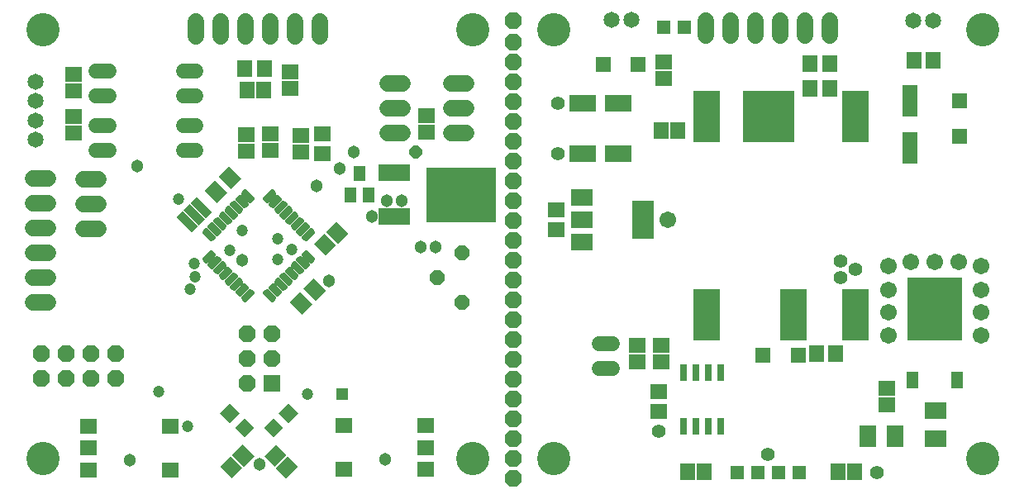
<source format=gts>
G75*
G70*
%OFA0B0*%
%FSLAX24Y24*%
%IPPOS*%
%LPD*%
%AMOC8*
5,1,8,0,0,1.08239X$1,22.5*
%
%ADD10C,0.1340*%
%ADD11R,0.0680X0.0680*%
%ADD12OC8,0.0680*%
%ADD13R,0.0671X0.0592*%
%ADD14R,0.0592X0.0710*%
%ADD15R,0.0552X0.0552*%
%ADD16R,0.0592X0.0671*%
%ADD17C,0.0680*%
%ADD18OC8,0.0597*%
%ADD19C,0.0225*%
%ADD20R,0.0710X0.0592*%
%ADD21R,0.0710X0.0631*%
%ADD22R,0.0867X0.0356*%
%ADD23R,0.2836X0.2226*%
%ADD24R,0.1260X0.0710*%
%ADD25C,0.0597*%
%ADD26C,0.0651*%
%ADD27R,0.0474X0.0631*%
%ADD28R,0.0316X0.0671*%
%ADD29R,0.0710X0.0867*%
%ADD30R,0.0631X0.0631*%
%ADD31R,0.0552X0.0552*%
%ADD32R,0.2206X0.2521*%
%ADD33R,0.0474X0.0710*%
%ADD34R,0.0867X0.0671*%
%ADD35R,0.0867X0.1576*%
%ADD36R,0.1080X0.2080*%
%ADD37R,0.2080X0.2080*%
%ADD38R,0.0867X0.0710*%
%ADD39R,0.1104X0.0710*%
%ADD40R,0.0631X0.1261*%
%ADD41C,0.0513*%
%ADD42C,0.0474*%
%ADD43R,0.0513X0.0513*%
%ADD44OC8,0.0513*%
%ADD45C,0.0552*%
%ADD46C,0.0671*%
%ADD47OC8,0.0671*%
D10*
X001361Y001495D03*
X018684Y001495D03*
X021952Y001495D03*
X039275Y001495D03*
X039275Y018818D03*
X021952Y018818D03*
X018684Y018818D03*
X001361Y018818D03*
D11*
X010586Y004532D03*
D12*
X009586Y004532D03*
X009586Y005532D03*
X010586Y005532D03*
X010586Y006532D03*
X009586Y006532D03*
X004287Y005748D03*
X003287Y005748D03*
X002287Y005748D03*
X001287Y005748D03*
X001287Y004748D03*
X002287Y004748D03*
X003287Y004748D03*
X004287Y004748D03*
D13*
X009567Y013916D03*
X010519Y013924D03*
X011753Y013865D03*
X011753Y014534D03*
X010519Y014594D03*
X009567Y014586D03*
X011322Y016443D03*
X011322Y017112D03*
X016828Y015331D03*
X016828Y014662D03*
X026386Y016837D03*
X026386Y017507D03*
X026288Y006061D03*
X025315Y006069D03*
X025315Y005400D03*
X026288Y005392D03*
X035385Y004350D03*
X035385Y003681D03*
X002583Y014639D03*
X002583Y015309D03*
X002602Y016348D03*
X002602Y017017D03*
D14*
X009511Y017250D03*
X010298Y017250D03*
G36*
X009368Y012792D02*
X008949Y012373D01*
X008448Y012874D01*
X008867Y013293D01*
X009368Y012792D01*
G37*
G36*
X008812Y012235D02*
X008393Y011816D01*
X007892Y012317D01*
X008311Y012736D01*
X008812Y012235D01*
G37*
G36*
X012798Y008282D02*
X012379Y007863D01*
X011878Y008364D01*
X012297Y008783D01*
X012798Y008282D01*
G37*
G36*
X012242Y007725D02*
X011823Y007306D01*
X011322Y007807D01*
X011741Y008226D01*
X012242Y007725D01*
G37*
X032295Y016449D03*
X033082Y016449D03*
X033088Y017432D03*
X032300Y017432D03*
X036488Y017557D03*
X037276Y017557D03*
X033344Y005725D03*
X032557Y005725D03*
D15*
G36*
X011263Y003723D02*
X011653Y003333D01*
X011263Y002943D01*
X010873Y003333D01*
X011263Y003723D01*
G37*
G36*
X010678Y003138D02*
X011068Y002748D01*
X010678Y002358D01*
X010288Y002748D01*
X010678Y003138D01*
G37*
G36*
X009096Y002751D02*
X009486Y003141D01*
X009876Y002751D01*
X009486Y002361D01*
X009096Y002751D01*
G37*
G36*
X008511Y003336D02*
X008901Y003726D01*
X009291Y003336D01*
X008901Y002946D01*
X008511Y003336D01*
G37*
D16*
G36*
X009883Y001595D02*
X009464Y001176D01*
X008991Y001649D01*
X009410Y002068D01*
X009883Y001595D01*
G37*
G36*
X010756Y002067D02*
X011175Y001648D01*
X010702Y001175D01*
X010283Y001594D01*
X010756Y002067D01*
G37*
G36*
X011229Y001594D02*
X011648Y001175D01*
X011175Y000702D01*
X010756Y001121D01*
X011229Y001594D01*
G37*
G36*
X009410Y001122D02*
X008991Y000703D01*
X008518Y001176D01*
X008937Y001595D01*
X009410Y001122D01*
G37*
X027375Y000967D03*
X028044Y000967D03*
X033437Y000970D03*
X034106Y000970D03*
G36*
X013668Y010587D02*
X013249Y010168D01*
X012776Y010641D01*
X013195Y011060D01*
X013668Y010587D01*
G37*
G36*
X013195Y010113D02*
X012776Y009694D01*
X012303Y010167D01*
X012722Y010586D01*
X013195Y010113D01*
G37*
X010278Y016384D03*
X009609Y016384D03*
X026298Y014738D03*
X026967Y014738D03*
D17*
X028111Y018555D02*
X028111Y019155D01*
X029111Y019155D02*
X029111Y018555D01*
X030111Y018555D02*
X030111Y019155D01*
X031111Y019155D02*
X031111Y018555D01*
X032111Y018555D02*
X032111Y019155D01*
X033111Y019155D02*
X033111Y018555D01*
X018433Y016629D02*
X017833Y016629D01*
X015874Y016629D02*
X015274Y016629D01*
X015274Y015629D02*
X015874Y015629D01*
X017833Y015629D02*
X018433Y015629D01*
X018433Y014629D02*
X017833Y014629D01*
X015874Y014629D02*
X015274Y014629D01*
X012529Y018533D02*
X012529Y019133D01*
X011529Y019133D02*
X011529Y018533D01*
X010529Y018533D02*
X010529Y019133D01*
X009529Y019133D02*
X009529Y018533D01*
X008529Y018533D02*
X008529Y019133D01*
X007529Y019133D02*
X007529Y018533D01*
X003608Y012762D02*
X003008Y012762D01*
X001553Y012814D02*
X000953Y012814D01*
X000953Y011814D02*
X001553Y011814D01*
X003008Y011762D02*
X003608Y011762D01*
X003608Y010762D02*
X003008Y010762D01*
X001553Y010814D02*
X000953Y010814D01*
X000953Y009814D02*
X001553Y009814D01*
X001553Y008814D02*
X000953Y008814D01*
X000953Y007814D02*
X001553Y007814D01*
D18*
X017271Y008807D03*
X018271Y007817D03*
X018271Y009797D03*
D19*
X012149Y009504D02*
X011899Y009754D01*
X011953Y009808D01*
X012203Y009558D01*
X012149Y009504D01*
X012033Y009728D02*
X011925Y009728D01*
X011676Y009531D02*
X011926Y009281D01*
X011676Y009531D02*
X011730Y009585D01*
X011980Y009335D01*
X011926Y009281D01*
X011810Y009505D02*
X011702Y009505D01*
X011453Y009309D02*
X011703Y009059D01*
X011453Y009309D02*
X011507Y009363D01*
X011757Y009113D01*
X011703Y009059D01*
X011587Y009283D02*
X011479Y009283D01*
X011230Y009086D02*
X011480Y008836D01*
X011230Y009086D02*
X011284Y009140D01*
X011534Y008890D01*
X011480Y008836D01*
X011364Y009060D02*
X011256Y009060D01*
X011008Y008863D02*
X011258Y008613D01*
X011008Y008863D02*
X011062Y008917D01*
X011312Y008667D01*
X011258Y008613D01*
X011142Y008837D02*
X011034Y008837D01*
X010785Y008641D02*
X011035Y008391D01*
X010785Y008641D02*
X010839Y008695D01*
X011089Y008445D01*
X011035Y008391D01*
X010919Y008615D02*
X010811Y008615D01*
X010562Y008418D02*
X010812Y008168D01*
X010562Y008418D02*
X010616Y008472D01*
X010866Y008222D01*
X010812Y008168D01*
X010696Y008392D02*
X010588Y008392D01*
X010340Y008195D02*
X010590Y007945D01*
X010340Y008195D02*
X010394Y008249D01*
X010644Y007999D01*
X010590Y007945D01*
X010474Y008169D02*
X010366Y008169D01*
X009503Y007945D02*
X009449Y007999D01*
X009699Y008249D01*
X009753Y008195D01*
X009503Y007945D01*
X009619Y008169D02*
X009727Y008169D01*
X009280Y008168D02*
X009226Y008222D01*
X009476Y008472D01*
X009530Y008418D01*
X009280Y008168D01*
X009396Y008392D02*
X009504Y008392D01*
X009057Y008391D02*
X009003Y008445D01*
X009253Y008695D01*
X009307Y008641D01*
X009057Y008391D01*
X009173Y008615D02*
X009281Y008615D01*
X008835Y008613D02*
X008781Y008667D01*
X009031Y008917D01*
X009085Y008863D01*
X008835Y008613D01*
X008951Y008837D02*
X009059Y008837D01*
X008612Y008836D02*
X008558Y008890D01*
X008808Y009140D01*
X008862Y009086D01*
X008612Y008836D01*
X008728Y009060D02*
X008836Y009060D01*
X008389Y009059D02*
X008335Y009113D01*
X008585Y009363D01*
X008639Y009309D01*
X008389Y009059D01*
X008505Y009283D02*
X008613Y009283D01*
X008166Y009281D02*
X008112Y009335D01*
X008362Y009585D01*
X008416Y009531D01*
X008166Y009281D01*
X008282Y009505D02*
X008390Y009505D01*
X007944Y009504D02*
X007890Y009558D01*
X008140Y009808D01*
X008194Y009754D01*
X007944Y009504D01*
X008060Y009728D02*
X008168Y009728D01*
X008140Y010395D02*
X007890Y010645D01*
X007944Y010699D01*
X008194Y010449D01*
X008140Y010395D01*
X008024Y010619D02*
X007916Y010619D01*
X008112Y010868D02*
X008362Y010618D01*
X008112Y010868D02*
X008166Y010922D01*
X008416Y010672D01*
X008362Y010618D01*
X008246Y010842D02*
X008138Y010842D01*
X008335Y011090D02*
X008585Y010840D01*
X008335Y011090D02*
X008389Y011144D01*
X008639Y010894D01*
X008585Y010840D01*
X008469Y011064D02*
X008361Y011064D01*
X008558Y011313D02*
X008808Y011063D01*
X008558Y011313D02*
X008612Y011367D01*
X008862Y011117D01*
X008808Y011063D01*
X008692Y011287D02*
X008584Y011287D01*
X008781Y011536D02*
X009031Y011286D01*
X008781Y011536D02*
X008835Y011590D01*
X009085Y011340D01*
X009031Y011286D01*
X008915Y011510D02*
X008807Y011510D01*
X009003Y011759D02*
X009253Y011509D01*
X009003Y011759D02*
X009057Y011813D01*
X009307Y011563D01*
X009253Y011509D01*
X009137Y011733D02*
X009029Y011733D01*
X009226Y011981D02*
X009476Y011731D01*
X009226Y011981D02*
X009280Y012035D01*
X009530Y011785D01*
X009476Y011731D01*
X009360Y011955D02*
X009252Y011955D01*
X009449Y012204D02*
X009699Y011954D01*
X009449Y012204D02*
X009503Y012258D01*
X009753Y012008D01*
X009699Y011954D01*
X009583Y012178D02*
X009475Y012178D01*
X010340Y012008D02*
X010394Y011954D01*
X010340Y012008D02*
X010590Y012258D01*
X010644Y012204D01*
X010394Y011954D01*
X010510Y012178D02*
X010618Y012178D01*
X010562Y011785D02*
X010616Y011731D01*
X010562Y011785D02*
X010812Y012035D01*
X010866Y011981D01*
X010616Y011731D01*
X010732Y011955D02*
X010840Y011955D01*
X010785Y011563D02*
X010839Y011509D01*
X010785Y011563D02*
X011035Y011813D01*
X011089Y011759D01*
X010839Y011509D01*
X010955Y011733D02*
X011063Y011733D01*
X011008Y011340D02*
X011062Y011286D01*
X011008Y011340D02*
X011258Y011590D01*
X011312Y011536D01*
X011062Y011286D01*
X011178Y011510D02*
X011286Y011510D01*
X011230Y011117D02*
X011284Y011063D01*
X011230Y011117D02*
X011480Y011367D01*
X011534Y011313D01*
X011284Y011063D01*
X011400Y011287D02*
X011508Y011287D01*
X011453Y010894D02*
X011507Y010840D01*
X011453Y010894D02*
X011703Y011144D01*
X011757Y011090D01*
X011507Y010840D01*
X011623Y011064D02*
X011731Y011064D01*
X011676Y010672D02*
X011730Y010618D01*
X011676Y010672D02*
X011926Y010922D01*
X011980Y010868D01*
X011730Y010618D01*
X011846Y010842D02*
X011954Y010842D01*
X011899Y010449D02*
X011953Y010395D01*
X011899Y010449D02*
X012149Y010699D01*
X012203Y010645D01*
X011953Y010395D01*
X012069Y010619D02*
X012177Y010619D01*
D20*
X012626Y013804D03*
X012626Y014591D03*
X022065Y011530D03*
X022065Y010743D03*
X026198Y004207D03*
X026198Y003419D03*
D21*
X016793Y002827D03*
X016793Y001941D03*
X016793Y001055D03*
X013486Y001055D03*
X013486Y002827D03*
X006507Y002810D03*
X006507Y001039D03*
X003200Y001039D03*
X003200Y001924D03*
X003200Y002810D03*
D22*
G36*
X007361Y010634D02*
X006749Y011246D01*
X007001Y011498D01*
X007613Y010886D01*
X007361Y010634D01*
G37*
G36*
X007640Y010912D02*
X007028Y011524D01*
X007280Y011776D01*
X007892Y011164D01*
X007640Y010912D01*
G37*
G36*
X007918Y011191D02*
X007306Y011803D01*
X007558Y012055D01*
X008170Y011443D01*
X007918Y011191D01*
G37*
D23*
X018214Y012143D03*
D24*
X015545Y011273D03*
X015545Y013033D03*
D25*
X007531Y013952D02*
X007014Y013952D01*
X007014Y014952D02*
X007531Y014952D01*
X007544Y016130D02*
X007028Y016130D01*
X007028Y017130D02*
X007544Y017130D01*
X004028Y017130D02*
X003511Y017130D01*
X003511Y016130D02*
X004028Y016130D01*
X004014Y014952D02*
X003497Y014952D01*
X003497Y013952D02*
X004014Y013952D01*
X023805Y006138D02*
X024322Y006138D01*
X024322Y005138D02*
X023805Y005138D01*
D26*
X001055Y014358D03*
X001055Y015145D03*
X001055Y015933D03*
X001055Y016720D03*
X024308Y019190D03*
X025095Y019190D03*
X036477Y019177D03*
X037264Y019177D03*
D27*
X014504Y012131D03*
X013756Y012131D03*
X014130Y012997D03*
D28*
X027189Y004964D03*
X027689Y004964D03*
X028189Y004964D03*
X028689Y004964D03*
X028689Y002798D03*
X028189Y002798D03*
X027689Y002798D03*
X027189Y002798D03*
D29*
X034641Y002418D03*
X035743Y002418D03*
D30*
X031824Y005686D03*
X030403Y005686D03*
X038335Y014521D03*
X038335Y015942D03*
X025378Y017419D03*
X023957Y017419D03*
D31*
X026397Y018890D03*
X027224Y018890D03*
X029367Y000950D03*
X030193Y000950D03*
X031020Y000942D03*
X031847Y000942D03*
D32*
X037340Y007537D03*
D33*
X038237Y004663D03*
X036442Y004663D03*
D34*
X023099Y010234D03*
X023099Y011139D03*
X023099Y012045D03*
D35*
X025579Y011139D03*
D36*
X028135Y007288D03*
X031635Y007288D03*
X034135Y007288D03*
X034135Y015288D03*
X028135Y015288D03*
D37*
X030635Y015288D03*
D38*
X037368Y003423D03*
X037368Y002321D03*
D39*
X024557Y013792D03*
X023140Y013792D03*
X023140Y015832D03*
X024557Y015832D03*
D40*
X036328Y015937D03*
X036328Y014047D03*
D41*
X017205Y010039D03*
X016605Y010039D03*
X014630Y011264D03*
X015230Y011914D03*
X015830Y011914D03*
X013330Y013214D03*
X013880Y013864D03*
X012380Y012514D03*
X009380Y009514D03*
X012880Y008664D03*
X005150Y013314D03*
X004855Y001439D03*
X010080Y001264D03*
X015155Y001464D03*
D42*
X012040Y004104D03*
X007200Y002814D03*
X006020Y004204D03*
X007280Y008354D03*
X007480Y008834D03*
X007470Y009384D03*
X008900Y009894D03*
X009405Y010689D03*
X010820Y010374D03*
X011380Y009924D03*
X010830Y009544D03*
X006840Y011974D03*
D43*
X013430Y004114D03*
D44*
X016380Y013864D03*
D45*
X022128Y013792D03*
X022128Y015832D03*
X033528Y009472D03*
X034128Y009152D03*
X033528Y008792D03*
X026208Y002592D03*
X030608Y001672D03*
X035008Y000952D03*
D46*
X035448Y006472D03*
X035448Y007392D03*
X035448Y008312D03*
X035448Y009272D03*
X036368Y009432D03*
X037328Y009432D03*
X038288Y009432D03*
X039208Y009272D03*
X039208Y008312D03*
X039208Y007392D03*
X039208Y006472D03*
X026568Y011152D03*
D47*
X020330Y011114D03*
X020330Y010314D03*
X020330Y009514D03*
X020330Y008714D03*
X020330Y007914D03*
X020330Y007114D03*
X020330Y006314D03*
X020330Y005514D03*
X020330Y004714D03*
X020330Y003914D03*
X020330Y003114D03*
X020330Y002314D03*
X020330Y001514D03*
X020330Y000714D03*
X020330Y011914D03*
X020330Y012714D03*
X020330Y013514D03*
X020330Y014314D03*
X020330Y015114D03*
X020330Y015914D03*
X020330Y016714D03*
X020330Y017514D03*
X020330Y018314D03*
X020330Y019164D03*
M02*

</source>
